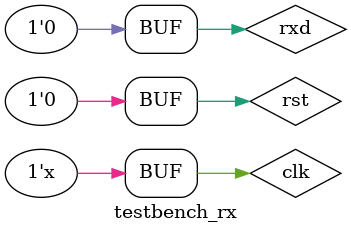
<source format=v>
module testbench_rx();
  // Declare input and output signals for the MUT
  reg clk;
  reg rst;
  reg rxd;
  wire [7:0] rec_data_out;
  wire rec_valid_out;

  // Instantiate the MUT
  rx MUT (
    .clk(clk),
    .rst(rst),
    .rxd(rxd),
    .rec_data_out(rec_data_out),
    .rec_valid_out(rec_valid_out)
  );

  // Initialize input signals and registers
  initial begin
    clk = 0;
    rst = 1;
    rxd = 0;
    #10 rst = 0;
  end

  // Apply stimuli to the MUT and observe the output responses
  always begin
    #5 clk = ~clk;
  end

  // Print out input and output signals
  initial begin
    $monitor("rxd=%d rec_data=%d rec_valid=%d", rxd, rec_data_out, rec_valid_out);
  end

   // Test case: receive multiple data words
  initial begin
    rxd = 1;
    #100; rxd = 0;
    #40; rxd = 1;
    #40; rxd = 0;
    #40; rxd = 1;
    #40; rxd = 0;
  end

endmodule




</source>
